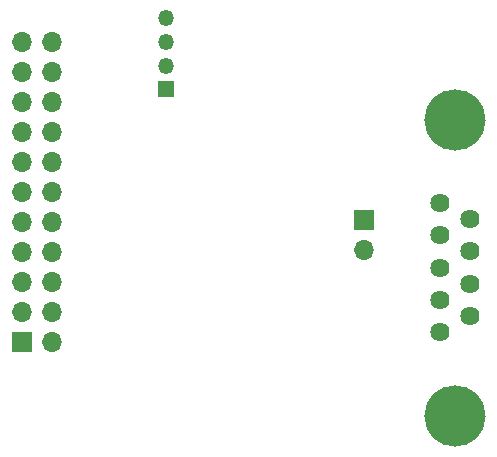
<source format=gbs>
G04 #@! TF.GenerationSoftware,KiCad,Pcbnew,8.0.6*
G04 #@! TF.CreationDate,2024-12-29T11:18:31-05:00*
G04 #@! TF.ProjectId,Beagley-ai-1CAN,42656167-6c65-4792-9d61-692d3143414e,rev?*
G04 #@! TF.SameCoordinates,Original*
G04 #@! TF.FileFunction,Soldermask,Bot*
G04 #@! TF.FilePolarity,Negative*
%FSLAX46Y46*%
G04 Gerber Fmt 4.6, Leading zero omitted, Abs format (unit mm)*
G04 Created by KiCad (PCBNEW 8.0.6) date 2024-12-29 11:18:31*
%MOMM*%
%LPD*%
G01*
G04 APERTURE LIST*
%ADD10R,1.700000X1.700000*%
%ADD11O,1.700000X1.700000*%
%ADD12R,1.350000X1.350000*%
%ADD13O,1.350000X1.350000*%
%ADD14C,1.625600*%
%ADD15C,5.181600*%
G04 APERTURE END LIST*
D10*
X88490000Y-70120000D03*
D11*
X91030000Y-70120000D03*
X88490000Y-67580000D03*
X91030000Y-67580000D03*
X88490000Y-65040000D03*
X91030000Y-65040000D03*
X88490000Y-62500000D03*
X91030000Y-62500000D03*
X88490000Y-59960000D03*
X91030000Y-59960000D03*
X88490000Y-57420000D03*
X91030000Y-57420000D03*
X88490000Y-54880000D03*
X91030000Y-54880000D03*
X88490000Y-52340000D03*
X91030000Y-52340000D03*
X88490000Y-49800000D03*
X91030000Y-49800000D03*
X88490000Y-47260000D03*
X91030000Y-47260000D03*
X88490000Y-44720000D03*
X91030000Y-44720000D03*
D12*
X100650000Y-48700000D03*
D13*
X100650000Y-46700000D03*
X100650000Y-44700000D03*
X100650000Y-42700000D03*
D14*
X123880000Y-58313600D03*
X123880000Y-61056800D03*
X123880000Y-63800000D03*
X123880000Y-66543200D03*
X123880000Y-69286400D03*
X126420000Y-59685200D03*
X126420000Y-62428400D03*
X126420000Y-65171600D03*
X126420000Y-67914800D03*
D15*
X125150000Y-51277800D03*
X125150000Y-76322200D03*
D10*
X117450000Y-59800000D03*
D11*
X117450000Y-62340000D03*
M02*

</source>
